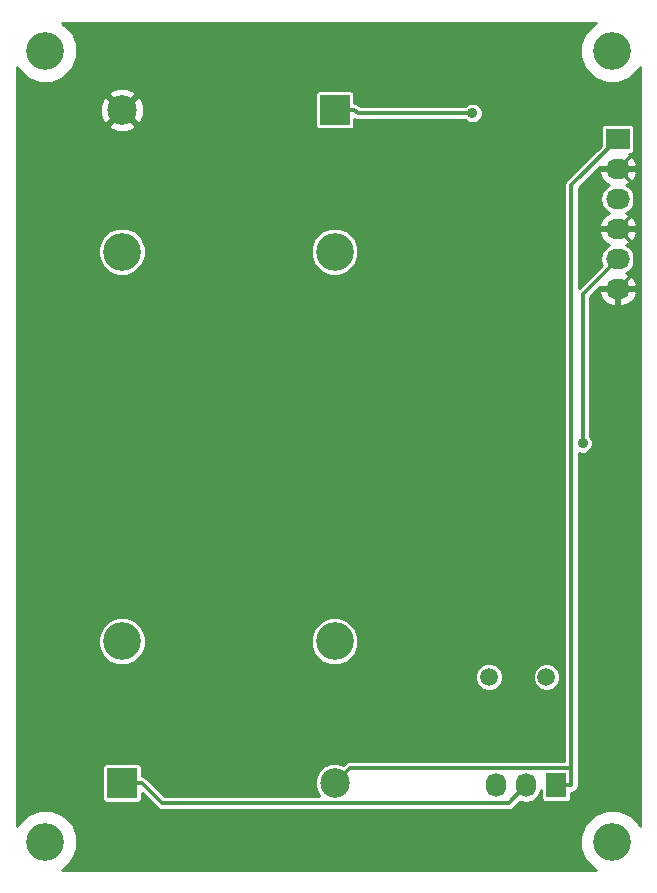
<source format=gbl>
%FSLAX34Y34*%
G04 Gerber Fmt 3.4, Leading zero omitted, Abs format*
G04 (created by PCBNEW (2014-04-07 BZR 4791)-product) date Fri 02 May 2014 10:57:51 AM CEST*
%MOIN*%
G01*
G70*
G90*
G04 APERTURE LIST*
%ADD10C,0.005906*%
%ADD11R,0.098425X0.098425*%
%ADD12C,0.098425*%
%ADD13C,0.125984*%
%ADD14R,0.068000X0.080000*%
%ADD15O,0.068000X0.080000*%
%ADD16R,0.080000X0.068000*%
%ADD17O,0.080000X0.068000*%
%ADD18C,0.126000*%
%ADD19C,0.059100*%
%ADD20C,0.035000*%
%ADD21C,0.013780*%
%ADD22C,0.010000*%
G04 APERTURE END LIST*
G54D10*
G54D11*
X36811Y-32283D03*
G54D12*
X36811Y-54724D03*
G54D13*
X36811Y-37007D03*
X36811Y-50000D03*
G54D11*
X29724Y-54724D03*
G54D12*
X29724Y-32283D03*
G54D13*
X29724Y-50000D03*
X29724Y-37007D03*
G54D14*
X44200Y-54800D03*
G54D15*
X43200Y-54800D03*
X42200Y-54800D03*
G54D16*
X46250Y-33250D03*
G54D17*
X46250Y-34250D03*
X46250Y-35250D03*
X46250Y-36250D03*
X46250Y-37250D03*
X46250Y-38250D03*
G54D18*
X27165Y-30314D03*
X46062Y-56692D03*
X46062Y-30314D03*
X27165Y-56692D03*
G54D19*
X43874Y-51181D03*
X41952Y-51181D03*
G54D20*
X45078Y-43399D03*
X41409Y-32393D03*
G54D21*
X44709Y-54210D02*
X44709Y-54800D01*
X46250Y-33250D02*
X44709Y-34790D01*
X44709Y-34790D02*
X44709Y-54210D01*
X44709Y-54210D02*
X37324Y-54210D01*
X37324Y-54210D02*
X36811Y-54724D01*
X44200Y-54800D02*
X44709Y-54800D01*
X46250Y-38250D02*
X46819Y-37680D01*
X46819Y-37680D02*
X46819Y-36819D01*
X46819Y-36819D02*
X46250Y-36250D01*
X46250Y-34250D02*
X46819Y-33680D01*
X46819Y-33680D02*
X46819Y-32829D01*
X46819Y-32829D02*
X46727Y-32737D01*
X46727Y-32737D02*
X39951Y-32737D01*
X39951Y-32737D02*
X39744Y-32944D01*
X39744Y-32944D02*
X30385Y-32944D01*
X30385Y-32944D02*
X29724Y-32283D01*
X46250Y-34250D02*
X46822Y-34822D01*
X46822Y-34822D02*
X46822Y-35677D01*
X46822Y-35677D02*
X46250Y-36250D01*
X29724Y-54724D02*
X30385Y-54724D01*
X43200Y-54800D02*
X42614Y-55385D01*
X42614Y-55385D02*
X31046Y-55385D01*
X31046Y-55385D02*
X30385Y-54724D01*
X46250Y-37250D02*
X45078Y-38421D01*
X45078Y-38421D02*
X45078Y-43399D01*
X36811Y-32283D02*
X37472Y-32283D01*
X41409Y-32393D02*
X37582Y-32393D01*
X37582Y-32393D02*
X37472Y-32283D01*
G54D10*
G36*
X46997Y-56141D02*
X46974Y-56085D01*
X46882Y-55993D01*
X46882Y-38391D01*
X46882Y-38108D01*
X46881Y-38102D01*
X46781Y-37894D01*
X46609Y-37741D01*
X46526Y-37712D01*
X46680Y-37609D01*
X46790Y-37444D01*
X46829Y-37250D01*
X46790Y-37055D01*
X46680Y-36890D01*
X46526Y-36787D01*
X46609Y-36758D01*
X46781Y-36605D01*
X46881Y-36397D01*
X46882Y-36391D01*
X46882Y-36108D01*
X46881Y-36102D01*
X46781Y-35894D01*
X46609Y-35741D01*
X46526Y-35712D01*
X46680Y-35609D01*
X46790Y-35444D01*
X46829Y-35250D01*
X46790Y-35055D01*
X46680Y-34890D01*
X46526Y-34787D01*
X46609Y-34758D01*
X46781Y-34605D01*
X46881Y-34397D01*
X46882Y-34391D01*
X46835Y-34300D01*
X46300Y-34300D01*
X46300Y-34307D01*
X46200Y-34307D01*
X46200Y-34300D01*
X45664Y-34300D01*
X45617Y-34391D01*
X45618Y-34397D01*
X45718Y-34605D01*
X45890Y-34758D01*
X45973Y-34787D01*
X45819Y-34890D01*
X45709Y-35055D01*
X45670Y-35250D01*
X45709Y-35444D01*
X45819Y-35609D01*
X45973Y-35712D01*
X45890Y-35741D01*
X45718Y-35894D01*
X45618Y-36102D01*
X45617Y-36108D01*
X45664Y-36200D01*
X46200Y-36200D01*
X46200Y-36192D01*
X46300Y-36192D01*
X46300Y-36200D01*
X46835Y-36200D01*
X46882Y-36108D01*
X46882Y-36391D01*
X46835Y-36300D01*
X46300Y-36300D01*
X46300Y-36307D01*
X46200Y-36307D01*
X46200Y-36300D01*
X45664Y-36300D01*
X45617Y-36391D01*
X45618Y-36397D01*
X45718Y-36605D01*
X45890Y-36758D01*
X45973Y-36787D01*
X45819Y-36890D01*
X45709Y-37055D01*
X45670Y-37250D01*
X45709Y-37444D01*
X45713Y-37451D01*
X44946Y-38218D01*
X44946Y-34889D01*
X45654Y-34180D01*
X45664Y-34200D01*
X46200Y-34200D01*
X46200Y-34192D01*
X46300Y-34192D01*
X46300Y-34200D01*
X46835Y-34200D01*
X46882Y-34108D01*
X46881Y-34102D01*
X46781Y-33894D01*
X46628Y-33758D01*
X46683Y-33758D01*
X46745Y-33732D01*
X46792Y-33685D01*
X46818Y-33623D01*
X46818Y-33556D01*
X46818Y-32876D01*
X46792Y-32814D01*
X46745Y-32767D01*
X46683Y-32741D01*
X46616Y-32741D01*
X45816Y-32741D01*
X45754Y-32767D01*
X45707Y-32814D01*
X45681Y-32876D01*
X45681Y-32943D01*
X45681Y-33482D01*
X44541Y-34623D01*
X44490Y-34700D01*
X44472Y-34790D01*
X44472Y-53973D01*
X44338Y-53973D01*
X44338Y-51089D01*
X44267Y-50918D01*
X44137Y-50788D01*
X43967Y-50717D01*
X43782Y-50717D01*
X43612Y-50787D01*
X43481Y-50918D01*
X43410Y-51088D01*
X43410Y-51272D01*
X43481Y-51443D01*
X43611Y-51573D01*
X43781Y-51644D01*
X43966Y-51644D01*
X44136Y-51574D01*
X44267Y-51444D01*
X44337Y-51273D01*
X44338Y-51089D01*
X44338Y-53973D01*
X42416Y-53973D01*
X42416Y-51089D01*
X42345Y-50918D01*
X42215Y-50788D01*
X42045Y-50717D01*
X41860Y-50717D01*
X41752Y-50762D01*
X41752Y-32325D01*
X41700Y-32199D01*
X41603Y-32102D01*
X41477Y-32050D01*
X41341Y-32050D01*
X41215Y-32102D01*
X41161Y-32156D01*
X37680Y-32156D01*
X37639Y-32115D01*
X37562Y-32064D01*
X37472Y-32046D01*
X37471Y-32046D01*
X37471Y-31757D01*
X37445Y-31696D01*
X37398Y-31648D01*
X37336Y-31623D01*
X37269Y-31623D01*
X36285Y-31623D01*
X36223Y-31648D01*
X36176Y-31696D01*
X36150Y-31757D01*
X36150Y-31824D01*
X36150Y-32809D01*
X36176Y-32870D01*
X36223Y-32918D01*
X36285Y-32943D01*
X36352Y-32943D01*
X37336Y-32943D01*
X37398Y-32918D01*
X37445Y-32870D01*
X37471Y-32809D01*
X37471Y-32742D01*
X37471Y-32598D01*
X37491Y-32612D01*
X37582Y-32630D01*
X41161Y-32630D01*
X41214Y-32684D01*
X41340Y-32736D01*
X41477Y-32736D01*
X41603Y-32684D01*
X41699Y-32588D01*
X41752Y-32462D01*
X41752Y-32325D01*
X41752Y-50762D01*
X41690Y-50787D01*
X41559Y-50918D01*
X41488Y-51088D01*
X41488Y-51272D01*
X41559Y-51443D01*
X41689Y-51573D01*
X41859Y-51644D01*
X42044Y-51644D01*
X42214Y-51574D01*
X42345Y-51444D01*
X42415Y-51273D01*
X42416Y-51089D01*
X42416Y-53973D01*
X37609Y-53973D01*
X37609Y-49841D01*
X37609Y-36849D01*
X37487Y-36556D01*
X37263Y-36331D01*
X36970Y-36209D01*
X36652Y-36209D01*
X36359Y-36330D01*
X36134Y-36555D01*
X36013Y-36848D01*
X36012Y-37165D01*
X36134Y-37459D01*
X36358Y-37684D01*
X36651Y-37805D01*
X36969Y-37806D01*
X37262Y-37684D01*
X37487Y-37460D01*
X37608Y-37167D01*
X37609Y-36849D01*
X37609Y-49841D01*
X37487Y-49548D01*
X37263Y-49323D01*
X36970Y-49202D01*
X36652Y-49201D01*
X36359Y-49323D01*
X36134Y-49547D01*
X36013Y-49840D01*
X36012Y-50158D01*
X36134Y-50451D01*
X36358Y-50676D01*
X36651Y-50797D01*
X36969Y-50798D01*
X37262Y-50676D01*
X37487Y-50452D01*
X37608Y-50159D01*
X37609Y-49841D01*
X37609Y-53973D01*
X37324Y-53973D01*
X37248Y-53988D01*
X37233Y-53991D01*
X37156Y-54043D01*
X37079Y-54120D01*
X36942Y-54064D01*
X36680Y-54064D01*
X36437Y-54164D01*
X36251Y-54349D01*
X36150Y-54592D01*
X36150Y-54855D01*
X36250Y-55097D01*
X36301Y-55148D01*
X31144Y-55148D01*
X30553Y-54556D01*
X30522Y-54536D01*
X30522Y-49841D01*
X30522Y-36849D01*
X30470Y-36723D01*
X30470Y-32411D01*
X30462Y-32115D01*
X30364Y-31880D01*
X30249Y-31829D01*
X30178Y-31899D01*
X30178Y-31758D01*
X30127Y-31643D01*
X29852Y-31537D01*
X29556Y-31545D01*
X29321Y-31643D01*
X29270Y-31758D01*
X29724Y-32212D01*
X30178Y-31758D01*
X30178Y-31899D01*
X29795Y-32283D01*
X30249Y-32737D01*
X30364Y-32686D01*
X30470Y-32411D01*
X30470Y-36723D01*
X30401Y-36556D01*
X30178Y-36333D01*
X30178Y-32808D01*
X29724Y-32354D01*
X29653Y-32424D01*
X29653Y-32283D01*
X29199Y-31829D01*
X29084Y-31880D01*
X28978Y-32155D01*
X28986Y-32450D01*
X29084Y-32686D01*
X29199Y-32737D01*
X29653Y-32283D01*
X29653Y-32424D01*
X29270Y-32808D01*
X29321Y-32923D01*
X29596Y-33029D01*
X29891Y-33021D01*
X30127Y-32923D01*
X30178Y-32808D01*
X30178Y-36333D01*
X30177Y-36331D01*
X29883Y-36209D01*
X29566Y-36209D01*
X29272Y-36330D01*
X29048Y-36555D01*
X28926Y-36848D01*
X28926Y-37165D01*
X29047Y-37459D01*
X29271Y-37684D01*
X29564Y-37805D01*
X29882Y-37806D01*
X30175Y-37684D01*
X30400Y-37460D01*
X30522Y-37167D01*
X30522Y-36849D01*
X30522Y-49841D01*
X30401Y-49548D01*
X30177Y-49323D01*
X29883Y-49202D01*
X29566Y-49201D01*
X29272Y-49323D01*
X29048Y-49547D01*
X28926Y-49840D01*
X28926Y-50158D01*
X29047Y-50451D01*
X29271Y-50676D01*
X29564Y-50797D01*
X29882Y-50798D01*
X30175Y-50676D01*
X30400Y-50452D01*
X30522Y-50159D01*
X30522Y-49841D01*
X30522Y-54536D01*
X30476Y-54505D01*
X30385Y-54487D01*
X30384Y-54487D01*
X30384Y-54198D01*
X30359Y-54137D01*
X30311Y-54089D01*
X30249Y-54064D01*
X30183Y-54064D01*
X29198Y-54064D01*
X29137Y-54089D01*
X29089Y-54137D01*
X29064Y-54198D01*
X29064Y-54265D01*
X29064Y-55249D01*
X29089Y-55311D01*
X29137Y-55359D01*
X29198Y-55384D01*
X29265Y-55384D01*
X30249Y-55384D01*
X30311Y-55359D01*
X30359Y-55311D01*
X30384Y-55249D01*
X30384Y-55183D01*
X30384Y-55058D01*
X30879Y-55553D01*
X30955Y-55604D01*
X31046Y-55622D01*
X42614Y-55622D01*
X42705Y-55604D01*
X42782Y-55553D01*
X42998Y-55336D01*
X43005Y-55340D01*
X43200Y-55379D01*
X43394Y-55340D01*
X43559Y-55230D01*
X43669Y-55065D01*
X43691Y-54952D01*
X43691Y-55233D01*
X43717Y-55295D01*
X43764Y-55342D01*
X43826Y-55368D01*
X43893Y-55368D01*
X44573Y-55368D01*
X44635Y-55342D01*
X44682Y-55295D01*
X44708Y-55233D01*
X44708Y-55166D01*
X44708Y-55037D01*
X44709Y-55037D01*
X44799Y-55018D01*
X44876Y-54967D01*
X44927Y-54890D01*
X44946Y-54800D01*
X44946Y-54210D01*
X44946Y-43716D01*
X45009Y-43742D01*
X45146Y-43742D01*
X45272Y-43690D01*
X45369Y-43594D01*
X45421Y-43468D01*
X45421Y-43331D01*
X45369Y-43205D01*
X45315Y-43151D01*
X45315Y-38519D01*
X45654Y-38180D01*
X45664Y-38200D01*
X46200Y-38200D01*
X46200Y-38192D01*
X46300Y-38192D01*
X46300Y-38200D01*
X46835Y-38200D01*
X46882Y-38108D01*
X46882Y-38391D01*
X46835Y-38300D01*
X46300Y-38300D01*
X46300Y-38777D01*
X46392Y-38834D01*
X46609Y-38758D01*
X46781Y-38605D01*
X46881Y-38397D01*
X46882Y-38391D01*
X46882Y-55993D01*
X46672Y-55782D01*
X46277Y-55619D01*
X46200Y-55619D01*
X46200Y-38777D01*
X46200Y-38300D01*
X45664Y-38300D01*
X45617Y-38391D01*
X45618Y-38397D01*
X45718Y-38605D01*
X45890Y-38758D01*
X46107Y-38834D01*
X46200Y-38777D01*
X46200Y-55619D01*
X45850Y-55618D01*
X45455Y-55781D01*
X45153Y-56083D01*
X44989Y-56478D01*
X44988Y-56905D01*
X45151Y-57300D01*
X45453Y-57602D01*
X45512Y-57627D01*
X27716Y-57627D01*
X27772Y-57603D01*
X28075Y-57302D01*
X28239Y-56907D01*
X28239Y-56480D01*
X28076Y-56085D01*
X27774Y-55782D01*
X27379Y-55619D01*
X26952Y-55618D01*
X26557Y-55781D01*
X26255Y-56083D01*
X26231Y-56142D01*
X26231Y-30866D01*
X26254Y-30922D01*
X26556Y-31224D01*
X26950Y-31388D01*
X27378Y-31389D01*
X27772Y-31225D01*
X28075Y-30924D01*
X28239Y-30529D01*
X28239Y-30102D01*
X28076Y-29707D01*
X27774Y-29404D01*
X27716Y-29380D01*
X45511Y-29380D01*
X45455Y-29403D01*
X45153Y-29705D01*
X44989Y-30100D01*
X44988Y-30527D01*
X45151Y-30922D01*
X45453Y-31224D01*
X45848Y-31388D01*
X46275Y-31389D01*
X46670Y-31225D01*
X46972Y-30924D01*
X46997Y-30865D01*
X46997Y-56141D01*
X46997Y-56141D01*
G37*
G54D22*
X46997Y-56141D02*
X46974Y-56085D01*
X46882Y-55993D01*
X46882Y-38391D01*
X46882Y-38108D01*
X46881Y-38102D01*
X46781Y-37894D01*
X46609Y-37741D01*
X46526Y-37712D01*
X46680Y-37609D01*
X46790Y-37444D01*
X46829Y-37250D01*
X46790Y-37055D01*
X46680Y-36890D01*
X46526Y-36787D01*
X46609Y-36758D01*
X46781Y-36605D01*
X46881Y-36397D01*
X46882Y-36391D01*
X46882Y-36108D01*
X46881Y-36102D01*
X46781Y-35894D01*
X46609Y-35741D01*
X46526Y-35712D01*
X46680Y-35609D01*
X46790Y-35444D01*
X46829Y-35250D01*
X46790Y-35055D01*
X46680Y-34890D01*
X46526Y-34787D01*
X46609Y-34758D01*
X46781Y-34605D01*
X46881Y-34397D01*
X46882Y-34391D01*
X46835Y-34300D01*
X46300Y-34300D01*
X46300Y-34307D01*
X46200Y-34307D01*
X46200Y-34300D01*
X45664Y-34300D01*
X45617Y-34391D01*
X45618Y-34397D01*
X45718Y-34605D01*
X45890Y-34758D01*
X45973Y-34787D01*
X45819Y-34890D01*
X45709Y-35055D01*
X45670Y-35250D01*
X45709Y-35444D01*
X45819Y-35609D01*
X45973Y-35712D01*
X45890Y-35741D01*
X45718Y-35894D01*
X45618Y-36102D01*
X45617Y-36108D01*
X45664Y-36200D01*
X46200Y-36200D01*
X46200Y-36192D01*
X46300Y-36192D01*
X46300Y-36200D01*
X46835Y-36200D01*
X46882Y-36108D01*
X46882Y-36391D01*
X46835Y-36300D01*
X46300Y-36300D01*
X46300Y-36307D01*
X46200Y-36307D01*
X46200Y-36300D01*
X45664Y-36300D01*
X45617Y-36391D01*
X45618Y-36397D01*
X45718Y-36605D01*
X45890Y-36758D01*
X45973Y-36787D01*
X45819Y-36890D01*
X45709Y-37055D01*
X45670Y-37250D01*
X45709Y-37444D01*
X45713Y-37451D01*
X44946Y-38218D01*
X44946Y-34889D01*
X45654Y-34180D01*
X45664Y-34200D01*
X46200Y-34200D01*
X46200Y-34192D01*
X46300Y-34192D01*
X46300Y-34200D01*
X46835Y-34200D01*
X46882Y-34108D01*
X46881Y-34102D01*
X46781Y-33894D01*
X46628Y-33758D01*
X46683Y-33758D01*
X46745Y-33732D01*
X46792Y-33685D01*
X46818Y-33623D01*
X46818Y-33556D01*
X46818Y-32876D01*
X46792Y-32814D01*
X46745Y-32767D01*
X46683Y-32741D01*
X46616Y-32741D01*
X45816Y-32741D01*
X45754Y-32767D01*
X45707Y-32814D01*
X45681Y-32876D01*
X45681Y-32943D01*
X45681Y-33482D01*
X44541Y-34623D01*
X44490Y-34700D01*
X44472Y-34790D01*
X44472Y-53973D01*
X44338Y-53973D01*
X44338Y-51089D01*
X44267Y-50918D01*
X44137Y-50788D01*
X43967Y-50717D01*
X43782Y-50717D01*
X43612Y-50787D01*
X43481Y-50918D01*
X43410Y-51088D01*
X43410Y-51272D01*
X43481Y-51443D01*
X43611Y-51573D01*
X43781Y-51644D01*
X43966Y-51644D01*
X44136Y-51574D01*
X44267Y-51444D01*
X44337Y-51273D01*
X44338Y-51089D01*
X44338Y-53973D01*
X42416Y-53973D01*
X42416Y-51089D01*
X42345Y-50918D01*
X42215Y-50788D01*
X42045Y-50717D01*
X41860Y-50717D01*
X41752Y-50762D01*
X41752Y-32325D01*
X41700Y-32199D01*
X41603Y-32102D01*
X41477Y-32050D01*
X41341Y-32050D01*
X41215Y-32102D01*
X41161Y-32156D01*
X37680Y-32156D01*
X37639Y-32115D01*
X37562Y-32064D01*
X37472Y-32046D01*
X37471Y-32046D01*
X37471Y-31757D01*
X37445Y-31696D01*
X37398Y-31648D01*
X37336Y-31623D01*
X37269Y-31623D01*
X36285Y-31623D01*
X36223Y-31648D01*
X36176Y-31696D01*
X36150Y-31757D01*
X36150Y-31824D01*
X36150Y-32809D01*
X36176Y-32870D01*
X36223Y-32918D01*
X36285Y-32943D01*
X36352Y-32943D01*
X37336Y-32943D01*
X37398Y-32918D01*
X37445Y-32870D01*
X37471Y-32809D01*
X37471Y-32742D01*
X37471Y-32598D01*
X37491Y-32612D01*
X37582Y-32630D01*
X41161Y-32630D01*
X41214Y-32684D01*
X41340Y-32736D01*
X41477Y-32736D01*
X41603Y-32684D01*
X41699Y-32588D01*
X41752Y-32462D01*
X41752Y-32325D01*
X41752Y-50762D01*
X41690Y-50787D01*
X41559Y-50918D01*
X41488Y-51088D01*
X41488Y-51272D01*
X41559Y-51443D01*
X41689Y-51573D01*
X41859Y-51644D01*
X42044Y-51644D01*
X42214Y-51574D01*
X42345Y-51444D01*
X42415Y-51273D01*
X42416Y-51089D01*
X42416Y-53973D01*
X37609Y-53973D01*
X37609Y-49841D01*
X37609Y-36849D01*
X37487Y-36556D01*
X37263Y-36331D01*
X36970Y-36209D01*
X36652Y-36209D01*
X36359Y-36330D01*
X36134Y-36555D01*
X36013Y-36848D01*
X36012Y-37165D01*
X36134Y-37459D01*
X36358Y-37684D01*
X36651Y-37805D01*
X36969Y-37806D01*
X37262Y-37684D01*
X37487Y-37460D01*
X37608Y-37167D01*
X37609Y-36849D01*
X37609Y-49841D01*
X37487Y-49548D01*
X37263Y-49323D01*
X36970Y-49202D01*
X36652Y-49201D01*
X36359Y-49323D01*
X36134Y-49547D01*
X36013Y-49840D01*
X36012Y-50158D01*
X36134Y-50451D01*
X36358Y-50676D01*
X36651Y-50797D01*
X36969Y-50798D01*
X37262Y-50676D01*
X37487Y-50452D01*
X37608Y-50159D01*
X37609Y-49841D01*
X37609Y-53973D01*
X37324Y-53973D01*
X37248Y-53988D01*
X37233Y-53991D01*
X37156Y-54043D01*
X37079Y-54120D01*
X36942Y-54064D01*
X36680Y-54064D01*
X36437Y-54164D01*
X36251Y-54349D01*
X36150Y-54592D01*
X36150Y-54855D01*
X36250Y-55097D01*
X36301Y-55148D01*
X31144Y-55148D01*
X30553Y-54556D01*
X30522Y-54536D01*
X30522Y-49841D01*
X30522Y-36849D01*
X30470Y-36723D01*
X30470Y-32411D01*
X30462Y-32115D01*
X30364Y-31880D01*
X30249Y-31829D01*
X30178Y-31899D01*
X30178Y-31758D01*
X30127Y-31643D01*
X29852Y-31537D01*
X29556Y-31545D01*
X29321Y-31643D01*
X29270Y-31758D01*
X29724Y-32212D01*
X30178Y-31758D01*
X30178Y-31899D01*
X29795Y-32283D01*
X30249Y-32737D01*
X30364Y-32686D01*
X30470Y-32411D01*
X30470Y-36723D01*
X30401Y-36556D01*
X30178Y-36333D01*
X30178Y-32808D01*
X29724Y-32354D01*
X29653Y-32424D01*
X29653Y-32283D01*
X29199Y-31829D01*
X29084Y-31880D01*
X28978Y-32155D01*
X28986Y-32450D01*
X29084Y-32686D01*
X29199Y-32737D01*
X29653Y-32283D01*
X29653Y-32424D01*
X29270Y-32808D01*
X29321Y-32923D01*
X29596Y-33029D01*
X29891Y-33021D01*
X30127Y-32923D01*
X30178Y-32808D01*
X30178Y-36333D01*
X30177Y-36331D01*
X29883Y-36209D01*
X29566Y-36209D01*
X29272Y-36330D01*
X29048Y-36555D01*
X28926Y-36848D01*
X28926Y-37165D01*
X29047Y-37459D01*
X29271Y-37684D01*
X29564Y-37805D01*
X29882Y-37806D01*
X30175Y-37684D01*
X30400Y-37460D01*
X30522Y-37167D01*
X30522Y-36849D01*
X30522Y-49841D01*
X30401Y-49548D01*
X30177Y-49323D01*
X29883Y-49202D01*
X29566Y-49201D01*
X29272Y-49323D01*
X29048Y-49547D01*
X28926Y-49840D01*
X28926Y-50158D01*
X29047Y-50451D01*
X29271Y-50676D01*
X29564Y-50797D01*
X29882Y-50798D01*
X30175Y-50676D01*
X30400Y-50452D01*
X30522Y-50159D01*
X30522Y-49841D01*
X30522Y-54536D01*
X30476Y-54505D01*
X30385Y-54487D01*
X30384Y-54487D01*
X30384Y-54198D01*
X30359Y-54137D01*
X30311Y-54089D01*
X30249Y-54064D01*
X30183Y-54064D01*
X29198Y-54064D01*
X29137Y-54089D01*
X29089Y-54137D01*
X29064Y-54198D01*
X29064Y-54265D01*
X29064Y-55249D01*
X29089Y-55311D01*
X29137Y-55359D01*
X29198Y-55384D01*
X29265Y-55384D01*
X30249Y-55384D01*
X30311Y-55359D01*
X30359Y-55311D01*
X30384Y-55249D01*
X30384Y-55183D01*
X30384Y-55058D01*
X30879Y-55553D01*
X30955Y-55604D01*
X31046Y-55622D01*
X42614Y-55622D01*
X42705Y-55604D01*
X42782Y-55553D01*
X42998Y-55336D01*
X43005Y-55340D01*
X43200Y-55379D01*
X43394Y-55340D01*
X43559Y-55230D01*
X43669Y-55065D01*
X43691Y-54952D01*
X43691Y-55233D01*
X43717Y-55295D01*
X43764Y-55342D01*
X43826Y-55368D01*
X43893Y-55368D01*
X44573Y-55368D01*
X44635Y-55342D01*
X44682Y-55295D01*
X44708Y-55233D01*
X44708Y-55166D01*
X44708Y-55037D01*
X44709Y-55037D01*
X44799Y-55018D01*
X44876Y-54967D01*
X44927Y-54890D01*
X44946Y-54800D01*
X44946Y-54210D01*
X44946Y-43716D01*
X45009Y-43742D01*
X45146Y-43742D01*
X45272Y-43690D01*
X45369Y-43594D01*
X45421Y-43468D01*
X45421Y-43331D01*
X45369Y-43205D01*
X45315Y-43151D01*
X45315Y-38519D01*
X45654Y-38180D01*
X45664Y-38200D01*
X46200Y-38200D01*
X46200Y-38192D01*
X46300Y-38192D01*
X46300Y-38200D01*
X46835Y-38200D01*
X46882Y-38108D01*
X46882Y-38391D01*
X46835Y-38300D01*
X46300Y-38300D01*
X46300Y-38777D01*
X46392Y-38834D01*
X46609Y-38758D01*
X46781Y-38605D01*
X46881Y-38397D01*
X46882Y-38391D01*
X46882Y-55993D01*
X46672Y-55782D01*
X46277Y-55619D01*
X46200Y-55619D01*
X46200Y-38777D01*
X46200Y-38300D01*
X45664Y-38300D01*
X45617Y-38391D01*
X45618Y-38397D01*
X45718Y-38605D01*
X45890Y-38758D01*
X46107Y-38834D01*
X46200Y-38777D01*
X46200Y-55619D01*
X45850Y-55618D01*
X45455Y-55781D01*
X45153Y-56083D01*
X44989Y-56478D01*
X44988Y-56905D01*
X45151Y-57300D01*
X45453Y-57602D01*
X45512Y-57627D01*
X27716Y-57627D01*
X27772Y-57603D01*
X28075Y-57302D01*
X28239Y-56907D01*
X28239Y-56480D01*
X28076Y-56085D01*
X27774Y-55782D01*
X27379Y-55619D01*
X26952Y-55618D01*
X26557Y-55781D01*
X26255Y-56083D01*
X26231Y-56142D01*
X26231Y-30866D01*
X26254Y-30922D01*
X26556Y-31224D01*
X26950Y-31388D01*
X27378Y-31389D01*
X27772Y-31225D01*
X28075Y-30924D01*
X28239Y-30529D01*
X28239Y-30102D01*
X28076Y-29707D01*
X27774Y-29404D01*
X27716Y-29380D01*
X45511Y-29380D01*
X45455Y-29403D01*
X45153Y-29705D01*
X44989Y-30100D01*
X44988Y-30527D01*
X45151Y-30922D01*
X45453Y-31224D01*
X45848Y-31388D01*
X46275Y-31389D01*
X46670Y-31225D01*
X46972Y-30924D01*
X46997Y-30865D01*
X46997Y-56141D01*
M02*

</source>
